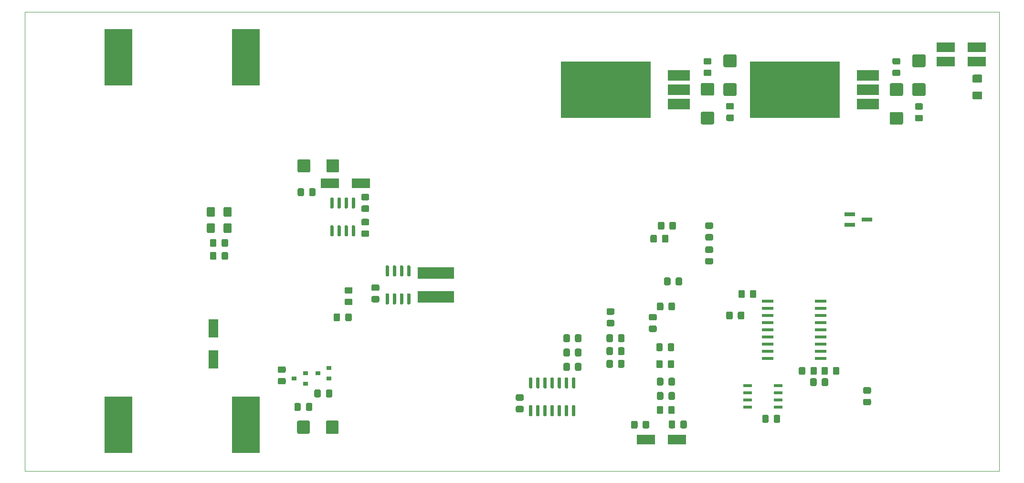
<source format=gbr>
%TF.GenerationSoftware,KiCad,Pcbnew,5.1.9+dfsg1-1+deb11u1*%
%TF.CreationDate,2023-01-06T13:25:03+00:00*%
%TF.ProjectId,MCB19,4d434231-392e-46b6-9963-61645f706362,rev?*%
%TF.SameCoordinates,Original*%
%TF.FileFunction,Paste,Bot*%
%TF.FilePolarity,Positive*%
%FSLAX45Y45*%
G04 Gerber Fmt 4.5, Leading zero omitted, Abs format (unit mm)*
G04 Created by KiCad (PCBNEW 5.1.9+dfsg1-1+deb11u1) date 2023-01-06 13:25:03*
%MOMM*%
%LPD*%
G01*
G04 APERTURE LIST*
%TA.AperFunction,Profile*%
%ADD10C,0.100000*%
%TD*%
%ADD11R,1.700000X3.300000*%
%ADD12R,0.900000X0.800000*%
%ADD13R,5.000000X10.000000*%
%ADD14R,6.400000X2.000000*%
%ADD15R,2.000000X0.600000*%
%ADD16R,3.300000X1.700000*%
%ADD17R,16.000000X10.000000*%
%ADD18R,4.000000X1.905000*%
%ADD19R,1.900000X0.800000*%
%ADD20R,1.550000X0.600000*%
G04 APERTURE END LIST*
D10*
X22285000Y-5050000D02*
X5000000Y-5050000D01*
X22285000Y-13200000D02*
X22285000Y-5050000D01*
X5000000Y-13200000D02*
X22285000Y-13200000D01*
X5000000Y-5050000D02*
X5000000Y-13200000D01*
G36*
G01*
X9987500Y-12105000D02*
X9987500Y-12015000D01*
G75*
G02*
X10012500Y-11990000I25000J0D01*
G01*
X10077500Y-11990000D01*
G75*
G02*
X10102500Y-12015000I0J-25000D01*
G01*
X10102500Y-12105000D01*
G75*
G02*
X10077500Y-12130000I-25000J0D01*
G01*
X10012500Y-12130000D01*
G75*
G02*
X9987500Y-12105000I0J25000D01*
G01*
G37*
G36*
G01*
X9782500Y-12105000D02*
X9782500Y-12015000D01*
G75*
G02*
X9807500Y-11990000I25000J0D01*
G01*
X9872500Y-11990000D01*
G75*
G02*
X9897500Y-12015000I0J-25000D01*
G01*
X9897500Y-12105000D01*
G75*
G02*
X9872500Y-12130000I-25000J0D01*
G01*
X9807500Y-12130000D01*
G75*
G02*
X9782500Y-12105000I0J25000D01*
G01*
G37*
G36*
G01*
X10342500Y-12512500D02*
X10342500Y-12327500D01*
G75*
G02*
X10367500Y-12302500I25000J0D01*
G01*
X10542500Y-12302500D01*
G75*
G02*
X10567500Y-12327500I0J-25000D01*
G01*
X10567500Y-12512500D01*
G75*
G02*
X10542500Y-12537500I-25000J0D01*
G01*
X10367500Y-12537500D01*
G75*
G02*
X10342500Y-12512500I0J25000D01*
G01*
G37*
G36*
G01*
X9832500Y-12512500D02*
X9832500Y-12327500D01*
G75*
G02*
X9857500Y-12302500I25000J0D01*
G01*
X10032500Y-12302500D01*
G75*
G02*
X10057500Y-12327500I0J-25000D01*
G01*
X10057500Y-12512500D01*
G75*
G02*
X10032500Y-12537500I-25000J0D01*
G01*
X9857500Y-12537500D01*
G75*
G02*
X9832500Y-12512500I0J25000D01*
G01*
G37*
G36*
G01*
X16405000Y-11045000D02*
X16405000Y-10955000D01*
G75*
G02*
X16430000Y-10930000I25000J0D01*
G01*
X16495000Y-10930000D01*
G75*
G02*
X16520000Y-10955000I0J-25000D01*
G01*
X16520000Y-11045000D01*
G75*
G02*
X16495000Y-11070000I-25000J0D01*
G01*
X16430000Y-11070000D01*
G75*
G02*
X16405000Y-11045000I0J25000D01*
G01*
G37*
G36*
G01*
X16200000Y-11045000D02*
X16200000Y-10955000D01*
G75*
G02*
X16225000Y-10930000I25000J0D01*
G01*
X16290000Y-10930000D01*
G75*
G02*
X16315000Y-10955000I0J-25000D01*
G01*
X16315000Y-11045000D01*
G75*
G02*
X16290000Y-11070000I-25000J0D01*
G01*
X16225000Y-11070000D01*
G75*
G02*
X16200000Y-11045000I0J25000D01*
G01*
G37*
G36*
G01*
X16315000Y-11255000D02*
X16315000Y-11345000D01*
G75*
G02*
X16290000Y-11370000I-25000J0D01*
G01*
X16225000Y-11370000D01*
G75*
G02*
X16200000Y-11345000I0J25000D01*
G01*
X16200000Y-11255000D01*
G75*
G02*
X16225000Y-11230000I25000J0D01*
G01*
X16290000Y-11230000D01*
G75*
G02*
X16315000Y-11255000I0J-25000D01*
G01*
G37*
G36*
G01*
X16520000Y-11255000D02*
X16520000Y-11345000D01*
G75*
G02*
X16495000Y-11370000I-25000J0D01*
G01*
X16430000Y-11370000D01*
G75*
G02*
X16405000Y-11345000I0J25000D01*
G01*
X16405000Y-11255000D01*
G75*
G02*
X16430000Y-11230000I25000J0D01*
G01*
X16495000Y-11230000D01*
G75*
G02*
X16520000Y-11255000I0J-25000D01*
G01*
G37*
G36*
G01*
X10137500Y-11865000D02*
X10137500Y-11775000D01*
G75*
G02*
X10162500Y-11750000I25000J0D01*
G01*
X10227500Y-11750000D01*
G75*
G02*
X10252500Y-11775000I0J-25000D01*
G01*
X10252500Y-11865000D01*
G75*
G02*
X10227500Y-11890000I-25000J0D01*
G01*
X10162500Y-11890000D01*
G75*
G02*
X10137500Y-11865000I0J25000D01*
G01*
G37*
G36*
G01*
X10342500Y-11865000D02*
X10342500Y-11775000D01*
G75*
G02*
X10367500Y-11750000I25000J0D01*
G01*
X10432500Y-11750000D01*
G75*
G02*
X10457500Y-11775000I0J-25000D01*
G01*
X10457500Y-11865000D01*
G75*
G02*
X10432500Y-11890000I-25000J0D01*
G01*
X10367500Y-11890000D01*
G75*
G02*
X10342500Y-11865000I0J25000D01*
G01*
G37*
G36*
G01*
X9515000Y-11340000D02*
X9605000Y-11340000D01*
G75*
G02*
X9630000Y-11365000I0J-25000D01*
G01*
X9630000Y-11430000D01*
G75*
G02*
X9605000Y-11455000I-25000J0D01*
G01*
X9515000Y-11455000D01*
G75*
G02*
X9490000Y-11430000I0J25000D01*
G01*
X9490000Y-11365000D01*
G75*
G02*
X9515000Y-11340000I25000J0D01*
G01*
G37*
G36*
G01*
X9515000Y-11545000D02*
X9605000Y-11545000D01*
G75*
G02*
X9630000Y-11570000I0J-25000D01*
G01*
X9630000Y-11635000D01*
G75*
G02*
X9605000Y-11660000I-25000J0D01*
G01*
X9515000Y-11660000D01*
G75*
G02*
X9490000Y-11635000I0J25000D01*
G01*
X9490000Y-11570000D01*
G75*
G02*
X9515000Y-11545000I25000J0D01*
G01*
G37*
G36*
G01*
X10434500Y-8345000D02*
X10464500Y-8345000D01*
G75*
G02*
X10479500Y-8360000I0J-15000D01*
G01*
X10479500Y-8525000D01*
G75*
G02*
X10464500Y-8540000I-15000J0D01*
G01*
X10434500Y-8540000D01*
G75*
G02*
X10419500Y-8525000I0J15000D01*
G01*
X10419500Y-8360000D01*
G75*
G02*
X10434500Y-8345000I15000J0D01*
G01*
G37*
G36*
G01*
X10561500Y-8345000D02*
X10591500Y-8345000D01*
G75*
G02*
X10606500Y-8360000I0J-15000D01*
G01*
X10606500Y-8525000D01*
G75*
G02*
X10591500Y-8540000I-15000J0D01*
G01*
X10561500Y-8540000D01*
G75*
G02*
X10546500Y-8525000I0J15000D01*
G01*
X10546500Y-8360000D01*
G75*
G02*
X10561500Y-8345000I15000J0D01*
G01*
G37*
G36*
G01*
X10688500Y-8345000D02*
X10718500Y-8345000D01*
G75*
G02*
X10733500Y-8360000I0J-15000D01*
G01*
X10733500Y-8525000D01*
G75*
G02*
X10718500Y-8540000I-15000J0D01*
G01*
X10688500Y-8540000D01*
G75*
G02*
X10673500Y-8525000I0J15000D01*
G01*
X10673500Y-8360000D01*
G75*
G02*
X10688500Y-8345000I15000J0D01*
G01*
G37*
G36*
G01*
X10815500Y-8345000D02*
X10845500Y-8345000D01*
G75*
G02*
X10860500Y-8360000I0J-15000D01*
G01*
X10860500Y-8525000D01*
G75*
G02*
X10845500Y-8540000I-15000J0D01*
G01*
X10815500Y-8540000D01*
G75*
G02*
X10800500Y-8525000I0J15000D01*
G01*
X10800500Y-8360000D01*
G75*
G02*
X10815500Y-8345000I15000J0D01*
G01*
G37*
G36*
G01*
X10815500Y-8840000D02*
X10845500Y-8840000D01*
G75*
G02*
X10860500Y-8855000I0J-15000D01*
G01*
X10860500Y-9020000D01*
G75*
G02*
X10845500Y-9035000I-15000J0D01*
G01*
X10815500Y-9035000D01*
G75*
G02*
X10800500Y-9020000I0J15000D01*
G01*
X10800500Y-8855000D01*
G75*
G02*
X10815500Y-8840000I15000J0D01*
G01*
G37*
G36*
G01*
X10688500Y-8840000D02*
X10718500Y-8840000D01*
G75*
G02*
X10733500Y-8855000I0J-15000D01*
G01*
X10733500Y-9020000D01*
G75*
G02*
X10718500Y-9035000I-15000J0D01*
G01*
X10688500Y-9035000D01*
G75*
G02*
X10673500Y-9020000I0J15000D01*
G01*
X10673500Y-8855000D01*
G75*
G02*
X10688500Y-8840000I15000J0D01*
G01*
G37*
G36*
G01*
X10561500Y-8840000D02*
X10591500Y-8840000D01*
G75*
G02*
X10606500Y-8855000I0J-15000D01*
G01*
X10606500Y-9020000D01*
G75*
G02*
X10591500Y-9035000I-15000J0D01*
G01*
X10561500Y-9035000D01*
G75*
G02*
X10546500Y-9020000I0J15000D01*
G01*
X10546500Y-8855000D01*
G75*
G02*
X10561500Y-8840000I15000J0D01*
G01*
G37*
G36*
G01*
X10434500Y-8840000D02*
X10464500Y-8840000D01*
G75*
G02*
X10479500Y-8855000I0J-15000D01*
G01*
X10479500Y-9020000D01*
G75*
G02*
X10464500Y-9035000I-15000J0D01*
G01*
X10434500Y-9035000D01*
G75*
G02*
X10419500Y-9020000I0J15000D01*
G01*
X10419500Y-8855000D01*
G75*
G02*
X10434500Y-8840000I15000J0D01*
G01*
G37*
D11*
X8350000Y-11215000D03*
X8350000Y-10665000D03*
G36*
G01*
X15318900Y-11340000D02*
X15318900Y-11250000D01*
G75*
G02*
X15343900Y-11225000I25000J0D01*
G01*
X15408900Y-11225000D01*
G75*
G02*
X15433900Y-11250000I0J-25000D01*
G01*
X15433900Y-11340000D01*
G75*
G02*
X15408900Y-11365000I-25000J0D01*
G01*
X15343900Y-11365000D01*
G75*
G02*
X15318900Y-11340000I0J25000D01*
G01*
G37*
G36*
G01*
X15523900Y-11340000D02*
X15523900Y-11250000D01*
G75*
G02*
X15548900Y-11225000I25000J0D01*
G01*
X15613900Y-11225000D01*
G75*
G02*
X15638900Y-11250000I0J-25000D01*
G01*
X15638900Y-11340000D01*
G75*
G02*
X15613900Y-11365000I-25000J0D01*
G01*
X15548900Y-11365000D01*
G75*
G02*
X15523900Y-11340000I0J25000D01*
G01*
G37*
D12*
X10400000Y-11365000D03*
X10400000Y-11555000D03*
X10200000Y-11460000D03*
X9780000Y-11555000D03*
X9980000Y-11650000D03*
X9980000Y-11460000D03*
D13*
X6660000Y-12380000D03*
X8920000Y-12380000D03*
X6659000Y-5853000D03*
X8919000Y-5853000D03*
G36*
G01*
X8492000Y-9195500D02*
X8492000Y-9105500D01*
G75*
G02*
X8517000Y-9080500I25000J0D01*
G01*
X8582000Y-9080500D01*
G75*
G02*
X8607000Y-9105500I0J-25000D01*
G01*
X8607000Y-9195500D01*
G75*
G02*
X8582000Y-9220500I-25000J0D01*
G01*
X8517000Y-9220500D01*
G75*
G02*
X8492000Y-9195500I0J25000D01*
G01*
G37*
G36*
G01*
X8287000Y-9195500D02*
X8287000Y-9105500D01*
G75*
G02*
X8312000Y-9080500I25000J0D01*
G01*
X8377000Y-9080500D01*
G75*
G02*
X8402000Y-9105500I0J-25000D01*
G01*
X8402000Y-9195500D01*
G75*
G02*
X8377000Y-9220500I-25000J0D01*
G01*
X8312000Y-9220500D01*
G75*
G02*
X8287000Y-9195500I0J25000D01*
G01*
G37*
G36*
G01*
X8492000Y-9425000D02*
X8492000Y-9335000D01*
G75*
G02*
X8517000Y-9310000I25000J0D01*
G01*
X8582000Y-9310000D01*
G75*
G02*
X8607000Y-9335000I0J-25000D01*
G01*
X8607000Y-9425000D01*
G75*
G02*
X8582000Y-9450000I-25000J0D01*
G01*
X8517000Y-9450000D01*
G75*
G02*
X8492000Y-9425000I0J25000D01*
G01*
G37*
G36*
G01*
X8287000Y-9425000D02*
X8287000Y-9335000D01*
G75*
G02*
X8312000Y-9310000I25000J0D01*
G01*
X8377000Y-9310000D01*
G75*
G02*
X8402000Y-9335000I0J-25000D01*
G01*
X8402000Y-9425000D01*
G75*
G02*
X8377000Y-9450000I-25000J0D01*
G01*
X8312000Y-9450000D01*
G75*
G02*
X8287000Y-9425000I0J25000D01*
G01*
G37*
G36*
G01*
X8527500Y-8662500D02*
X8527500Y-8537500D01*
G75*
G02*
X8552500Y-8512500I25000J0D01*
G01*
X8645000Y-8512500D01*
G75*
G02*
X8670000Y-8537500I0J-25000D01*
G01*
X8670000Y-8662500D01*
G75*
G02*
X8645000Y-8687500I-25000J0D01*
G01*
X8552500Y-8687500D01*
G75*
G02*
X8527500Y-8662500I0J25000D01*
G01*
G37*
G36*
G01*
X8230000Y-8662500D02*
X8230000Y-8537500D01*
G75*
G02*
X8255000Y-8512500I25000J0D01*
G01*
X8347500Y-8512500D01*
G75*
G02*
X8372500Y-8537500I0J-25000D01*
G01*
X8372500Y-8662500D01*
G75*
G02*
X8347500Y-8687500I-25000J0D01*
G01*
X8255000Y-8687500D01*
G75*
G02*
X8230000Y-8662500I0J25000D01*
G01*
G37*
G36*
G01*
X8527500Y-8949500D02*
X8527500Y-8824500D01*
G75*
G02*
X8552500Y-8799500I25000J0D01*
G01*
X8645000Y-8799500D01*
G75*
G02*
X8670000Y-8824500I0J-25000D01*
G01*
X8670000Y-8949500D01*
G75*
G02*
X8645000Y-8974500I-25000J0D01*
G01*
X8552500Y-8974500D01*
G75*
G02*
X8527500Y-8949500I0J25000D01*
G01*
G37*
G36*
G01*
X8230000Y-8949500D02*
X8230000Y-8824500D01*
G75*
G02*
X8255000Y-8799500I25000J0D01*
G01*
X8347500Y-8799500D01*
G75*
G02*
X8372500Y-8824500I0J-25000D01*
G01*
X8372500Y-8949500D01*
G75*
G02*
X8347500Y-8974500I-25000J0D01*
G01*
X8255000Y-8974500D01*
G75*
G02*
X8230000Y-8949500I0J25000D01*
G01*
G37*
G36*
G01*
X11825500Y-9745000D02*
X11795500Y-9745000D01*
G75*
G02*
X11780500Y-9730000I0J15000D01*
G01*
X11780500Y-9565000D01*
G75*
G02*
X11795500Y-9550000I15000J0D01*
G01*
X11825500Y-9550000D01*
G75*
G02*
X11840500Y-9565000I0J-15000D01*
G01*
X11840500Y-9730000D01*
G75*
G02*
X11825500Y-9745000I-15000J0D01*
G01*
G37*
G36*
G01*
X11698500Y-9745000D02*
X11668500Y-9745000D01*
G75*
G02*
X11653500Y-9730000I0J15000D01*
G01*
X11653500Y-9565000D01*
G75*
G02*
X11668500Y-9550000I15000J0D01*
G01*
X11698500Y-9550000D01*
G75*
G02*
X11713500Y-9565000I0J-15000D01*
G01*
X11713500Y-9730000D01*
G75*
G02*
X11698500Y-9745000I-15000J0D01*
G01*
G37*
G36*
G01*
X11571500Y-9745000D02*
X11541500Y-9745000D01*
G75*
G02*
X11526500Y-9730000I0J15000D01*
G01*
X11526500Y-9565000D01*
G75*
G02*
X11541500Y-9550000I15000J0D01*
G01*
X11571500Y-9550000D01*
G75*
G02*
X11586500Y-9565000I0J-15000D01*
G01*
X11586500Y-9730000D01*
G75*
G02*
X11571500Y-9745000I-15000J0D01*
G01*
G37*
G36*
G01*
X11444500Y-9745000D02*
X11414500Y-9745000D01*
G75*
G02*
X11399500Y-9730000I0J15000D01*
G01*
X11399500Y-9565000D01*
G75*
G02*
X11414500Y-9550000I15000J0D01*
G01*
X11444500Y-9550000D01*
G75*
G02*
X11459500Y-9565000I0J-15000D01*
G01*
X11459500Y-9730000D01*
G75*
G02*
X11444500Y-9745000I-15000J0D01*
G01*
G37*
G36*
G01*
X11444500Y-10240000D02*
X11414500Y-10240000D01*
G75*
G02*
X11399500Y-10225000I0J15000D01*
G01*
X11399500Y-10060000D01*
G75*
G02*
X11414500Y-10045000I15000J0D01*
G01*
X11444500Y-10045000D01*
G75*
G02*
X11459500Y-10060000I0J-15000D01*
G01*
X11459500Y-10225000D01*
G75*
G02*
X11444500Y-10240000I-15000J0D01*
G01*
G37*
G36*
G01*
X11571500Y-10240000D02*
X11541500Y-10240000D01*
G75*
G02*
X11526500Y-10225000I0J15000D01*
G01*
X11526500Y-10060000D01*
G75*
G02*
X11541500Y-10045000I15000J0D01*
G01*
X11571500Y-10045000D01*
G75*
G02*
X11586500Y-10060000I0J-15000D01*
G01*
X11586500Y-10225000D01*
G75*
G02*
X11571500Y-10240000I-15000J0D01*
G01*
G37*
G36*
G01*
X11698500Y-10240000D02*
X11668500Y-10240000D01*
G75*
G02*
X11653500Y-10225000I0J15000D01*
G01*
X11653500Y-10060000D01*
G75*
G02*
X11668500Y-10045000I15000J0D01*
G01*
X11698500Y-10045000D01*
G75*
G02*
X11713500Y-10060000I0J-15000D01*
G01*
X11713500Y-10225000D01*
G75*
G02*
X11698500Y-10240000I-15000J0D01*
G01*
G37*
G36*
G01*
X11825500Y-10240000D02*
X11795500Y-10240000D01*
G75*
G02*
X11780500Y-10225000I0J15000D01*
G01*
X11780500Y-10060000D01*
G75*
G02*
X11795500Y-10045000I15000J0D01*
G01*
X11825500Y-10045000D01*
G75*
G02*
X11840500Y-10060000I0J-15000D01*
G01*
X11840500Y-10225000D01*
G75*
G02*
X11825500Y-10240000I-15000J0D01*
G01*
G37*
D14*
X12295000Y-10105000D03*
X12295000Y-9685000D03*
D15*
X18172900Y-11199600D03*
X18172900Y-11072600D03*
X18172900Y-10945600D03*
X18172900Y-10818600D03*
X18172900Y-10691600D03*
X18172900Y-10564600D03*
X18172900Y-10437600D03*
X18172900Y-10310600D03*
X18172900Y-10183600D03*
X19112900Y-10183600D03*
X19112900Y-10310600D03*
X19112900Y-10437600D03*
X19112900Y-10564600D03*
X19112900Y-10691600D03*
X19112900Y-10818600D03*
X19112900Y-10945600D03*
X19112900Y-11072600D03*
X19112900Y-11199600D03*
G36*
G01*
X15433900Y-10795400D02*
X15433900Y-10885400D01*
G75*
G02*
X15408900Y-10910400I-25000J0D01*
G01*
X15343900Y-10910400D01*
G75*
G02*
X15318900Y-10885400I0J25000D01*
G01*
X15318900Y-10795400D01*
G75*
G02*
X15343900Y-10770400I25000J0D01*
G01*
X15408900Y-10770400D01*
G75*
G02*
X15433900Y-10795400I0J-25000D01*
G01*
G37*
G36*
G01*
X15638900Y-10795400D02*
X15638900Y-10885400D01*
G75*
G02*
X15613900Y-10910400I-25000J0D01*
G01*
X15548900Y-10910400D01*
G75*
G02*
X15523900Y-10885400I0J25000D01*
G01*
X15523900Y-10795400D01*
G75*
G02*
X15548900Y-10770400I25000J0D01*
G01*
X15613900Y-10770400D01*
G75*
G02*
X15638900Y-10795400I0J-25000D01*
G01*
G37*
G36*
G01*
X13825000Y-11950000D02*
X13735000Y-11950000D01*
G75*
G02*
X13710000Y-11925000I0J25000D01*
G01*
X13710000Y-11860000D01*
G75*
G02*
X13735000Y-11835000I25000J0D01*
G01*
X13825000Y-11835000D01*
G75*
G02*
X13850000Y-11860000I0J-25000D01*
G01*
X13850000Y-11925000D01*
G75*
G02*
X13825000Y-11950000I-25000J0D01*
G01*
G37*
G36*
G01*
X13825000Y-12155000D02*
X13735000Y-12155000D01*
G75*
G02*
X13710000Y-12130000I0J25000D01*
G01*
X13710000Y-12065000D01*
G75*
G02*
X13735000Y-12040000I25000J0D01*
G01*
X13825000Y-12040000D01*
G75*
G02*
X13850000Y-12065000I0J-25000D01*
G01*
X13850000Y-12130000D01*
G75*
G02*
X13825000Y-12155000I-25000J0D01*
G01*
G37*
G36*
G01*
X11265000Y-10000000D02*
X11175000Y-10000000D01*
G75*
G02*
X11150000Y-9975000I0J25000D01*
G01*
X11150000Y-9910000D01*
G75*
G02*
X11175000Y-9885000I25000J0D01*
G01*
X11265000Y-9885000D01*
G75*
G02*
X11290000Y-9910000I0J-25000D01*
G01*
X11290000Y-9975000D01*
G75*
G02*
X11265000Y-10000000I-25000J0D01*
G01*
G37*
G36*
G01*
X11265000Y-10205000D02*
X11175000Y-10205000D01*
G75*
G02*
X11150000Y-10180000I0J25000D01*
G01*
X11150000Y-10115000D01*
G75*
G02*
X11175000Y-10090000I25000J0D01*
G01*
X11265000Y-10090000D01*
G75*
G02*
X11290000Y-10115000I0J-25000D01*
G01*
X11290000Y-10180000D01*
G75*
G02*
X11265000Y-10205000I-25000J0D01*
G01*
G37*
G36*
G01*
X13959000Y-12030000D02*
X13989000Y-12030000D01*
G75*
G02*
X14004000Y-12045000I0J-15000D01*
G01*
X14004000Y-12210000D01*
G75*
G02*
X13989000Y-12225000I-15000J0D01*
G01*
X13959000Y-12225000D01*
G75*
G02*
X13944000Y-12210000I0J15000D01*
G01*
X13944000Y-12045000D01*
G75*
G02*
X13959000Y-12030000I15000J0D01*
G01*
G37*
G36*
G01*
X14086000Y-12030000D02*
X14116000Y-12030000D01*
G75*
G02*
X14131000Y-12045000I0J-15000D01*
G01*
X14131000Y-12210000D01*
G75*
G02*
X14116000Y-12225000I-15000J0D01*
G01*
X14086000Y-12225000D01*
G75*
G02*
X14071000Y-12210000I0J15000D01*
G01*
X14071000Y-12045000D01*
G75*
G02*
X14086000Y-12030000I15000J0D01*
G01*
G37*
G36*
G01*
X14213000Y-12030000D02*
X14243000Y-12030000D01*
G75*
G02*
X14258000Y-12045000I0J-15000D01*
G01*
X14258000Y-12210000D01*
G75*
G02*
X14243000Y-12225000I-15000J0D01*
G01*
X14213000Y-12225000D01*
G75*
G02*
X14198000Y-12210000I0J15000D01*
G01*
X14198000Y-12045000D01*
G75*
G02*
X14213000Y-12030000I15000J0D01*
G01*
G37*
G36*
G01*
X14340000Y-12030000D02*
X14370000Y-12030000D01*
G75*
G02*
X14385000Y-12045000I0J-15000D01*
G01*
X14385000Y-12210000D01*
G75*
G02*
X14370000Y-12225000I-15000J0D01*
G01*
X14340000Y-12225000D01*
G75*
G02*
X14325000Y-12210000I0J15000D01*
G01*
X14325000Y-12045000D01*
G75*
G02*
X14340000Y-12030000I15000J0D01*
G01*
G37*
G36*
G01*
X14467000Y-12030000D02*
X14497000Y-12030000D01*
G75*
G02*
X14512000Y-12045000I0J-15000D01*
G01*
X14512000Y-12210000D01*
G75*
G02*
X14497000Y-12225000I-15000J0D01*
G01*
X14467000Y-12225000D01*
G75*
G02*
X14452000Y-12210000I0J15000D01*
G01*
X14452000Y-12045000D01*
G75*
G02*
X14467000Y-12030000I15000J0D01*
G01*
G37*
G36*
G01*
X14594000Y-12030000D02*
X14624000Y-12030000D01*
G75*
G02*
X14639000Y-12045000I0J-15000D01*
G01*
X14639000Y-12210000D01*
G75*
G02*
X14624000Y-12225000I-15000J0D01*
G01*
X14594000Y-12225000D01*
G75*
G02*
X14579000Y-12210000I0J15000D01*
G01*
X14579000Y-12045000D01*
G75*
G02*
X14594000Y-12030000I15000J0D01*
G01*
G37*
G36*
G01*
X14721000Y-12030000D02*
X14751000Y-12030000D01*
G75*
G02*
X14766000Y-12045000I0J-15000D01*
G01*
X14766000Y-12210000D01*
G75*
G02*
X14751000Y-12225000I-15000J0D01*
G01*
X14721000Y-12225000D01*
G75*
G02*
X14706000Y-12210000I0J15000D01*
G01*
X14706000Y-12045000D01*
G75*
G02*
X14721000Y-12030000I15000J0D01*
G01*
G37*
G36*
G01*
X14721000Y-11535000D02*
X14751000Y-11535000D01*
G75*
G02*
X14766000Y-11550000I0J-15000D01*
G01*
X14766000Y-11715000D01*
G75*
G02*
X14751000Y-11730000I-15000J0D01*
G01*
X14721000Y-11730000D01*
G75*
G02*
X14706000Y-11715000I0J15000D01*
G01*
X14706000Y-11550000D01*
G75*
G02*
X14721000Y-11535000I15000J0D01*
G01*
G37*
G36*
G01*
X14594000Y-11535000D02*
X14624000Y-11535000D01*
G75*
G02*
X14639000Y-11550000I0J-15000D01*
G01*
X14639000Y-11715000D01*
G75*
G02*
X14624000Y-11730000I-15000J0D01*
G01*
X14594000Y-11730000D01*
G75*
G02*
X14579000Y-11715000I0J15000D01*
G01*
X14579000Y-11550000D01*
G75*
G02*
X14594000Y-11535000I15000J0D01*
G01*
G37*
G36*
G01*
X14467000Y-11535000D02*
X14497000Y-11535000D01*
G75*
G02*
X14512000Y-11550000I0J-15000D01*
G01*
X14512000Y-11715000D01*
G75*
G02*
X14497000Y-11730000I-15000J0D01*
G01*
X14467000Y-11730000D01*
G75*
G02*
X14452000Y-11715000I0J15000D01*
G01*
X14452000Y-11550000D01*
G75*
G02*
X14467000Y-11535000I15000J0D01*
G01*
G37*
G36*
G01*
X14340000Y-11535000D02*
X14370000Y-11535000D01*
G75*
G02*
X14385000Y-11550000I0J-15000D01*
G01*
X14385000Y-11715000D01*
G75*
G02*
X14370000Y-11730000I-15000J0D01*
G01*
X14340000Y-11730000D01*
G75*
G02*
X14325000Y-11715000I0J15000D01*
G01*
X14325000Y-11550000D01*
G75*
G02*
X14340000Y-11535000I15000J0D01*
G01*
G37*
G36*
G01*
X14213000Y-11535000D02*
X14243000Y-11535000D01*
G75*
G02*
X14258000Y-11550000I0J-15000D01*
G01*
X14258000Y-11715000D01*
G75*
G02*
X14243000Y-11730000I-15000J0D01*
G01*
X14213000Y-11730000D01*
G75*
G02*
X14198000Y-11715000I0J15000D01*
G01*
X14198000Y-11550000D01*
G75*
G02*
X14213000Y-11535000I15000J0D01*
G01*
G37*
G36*
G01*
X14086000Y-11535000D02*
X14116000Y-11535000D01*
G75*
G02*
X14131000Y-11550000I0J-15000D01*
G01*
X14131000Y-11715000D01*
G75*
G02*
X14116000Y-11730000I-15000J0D01*
G01*
X14086000Y-11730000D01*
G75*
G02*
X14071000Y-11715000I0J15000D01*
G01*
X14071000Y-11550000D01*
G75*
G02*
X14086000Y-11535000I15000J0D01*
G01*
G37*
G36*
G01*
X13959000Y-11535000D02*
X13989000Y-11535000D01*
G75*
G02*
X14004000Y-11550000I0J-15000D01*
G01*
X14004000Y-11715000D01*
G75*
G02*
X13989000Y-11730000I-15000J0D01*
G01*
X13959000Y-11730000D01*
G75*
G02*
X13944000Y-11715000I0J15000D01*
G01*
X13944000Y-11550000D01*
G75*
G02*
X13959000Y-11535000I15000J0D01*
G01*
G37*
G36*
G01*
X10700000Y-10140000D02*
X10790000Y-10140000D01*
G75*
G02*
X10815000Y-10165000I0J-25000D01*
G01*
X10815000Y-10230000D01*
G75*
G02*
X10790000Y-10255000I-25000J0D01*
G01*
X10700000Y-10255000D01*
G75*
G02*
X10675000Y-10230000I0J25000D01*
G01*
X10675000Y-10165000D01*
G75*
G02*
X10700000Y-10140000I25000J0D01*
G01*
G37*
G36*
G01*
X10700000Y-9935000D02*
X10790000Y-9935000D01*
G75*
G02*
X10815000Y-9960000I0J-25000D01*
G01*
X10815000Y-10025000D01*
G75*
G02*
X10790000Y-10050000I-25000J0D01*
G01*
X10700000Y-10050000D01*
G75*
G02*
X10675000Y-10025000I0J25000D01*
G01*
X10675000Y-9960000D01*
G75*
G02*
X10700000Y-9935000I25000J0D01*
G01*
G37*
G36*
G01*
X10595000Y-10425000D02*
X10595000Y-10515000D01*
G75*
G02*
X10570000Y-10540000I-25000J0D01*
G01*
X10505000Y-10540000D01*
G75*
G02*
X10480000Y-10515000I0J25000D01*
G01*
X10480000Y-10425000D01*
G75*
G02*
X10505000Y-10400000I25000J0D01*
G01*
X10570000Y-10400000D01*
G75*
G02*
X10595000Y-10425000I0J-25000D01*
G01*
G37*
G36*
G01*
X10800000Y-10425000D02*
X10800000Y-10515000D01*
G75*
G02*
X10775000Y-10540000I-25000J0D01*
G01*
X10710000Y-10540000D01*
G75*
G02*
X10685000Y-10515000I0J25000D01*
G01*
X10685000Y-10425000D01*
G75*
G02*
X10710000Y-10400000I25000J0D01*
G01*
X10775000Y-10400000D01*
G75*
G02*
X10800000Y-10425000I0J-25000D01*
G01*
G37*
G36*
G01*
X10995000Y-8722500D02*
X11085000Y-8722500D01*
G75*
G02*
X11110000Y-8747500I0J-25000D01*
G01*
X11110000Y-8812500D01*
G75*
G02*
X11085000Y-8837500I-25000J0D01*
G01*
X10995000Y-8837500D01*
G75*
G02*
X10970000Y-8812500I0J25000D01*
G01*
X10970000Y-8747500D01*
G75*
G02*
X10995000Y-8722500I25000J0D01*
G01*
G37*
G36*
G01*
X10995000Y-8927500D02*
X11085000Y-8927500D01*
G75*
G02*
X11110000Y-8952500I0J-25000D01*
G01*
X11110000Y-9017500D01*
G75*
G02*
X11085000Y-9042500I-25000J0D01*
G01*
X10995000Y-9042500D01*
G75*
G02*
X10970000Y-9017500I0J25000D01*
G01*
X10970000Y-8952500D01*
G75*
G02*
X10995000Y-8927500I25000J0D01*
G01*
G37*
G36*
G01*
X14670100Y-11303400D02*
X14670100Y-11393400D01*
G75*
G02*
X14645100Y-11418400I-25000J0D01*
G01*
X14580100Y-11418400D01*
G75*
G02*
X14555100Y-11393400I0J25000D01*
G01*
X14555100Y-11303400D01*
G75*
G02*
X14580100Y-11278400I25000J0D01*
G01*
X14645100Y-11278400D01*
G75*
G02*
X14670100Y-11303400I0J-25000D01*
G01*
G37*
G36*
G01*
X14875100Y-11303400D02*
X14875100Y-11393400D01*
G75*
G02*
X14850100Y-11418400I-25000J0D01*
G01*
X14785100Y-11418400D01*
G75*
G02*
X14760100Y-11393400I0J25000D01*
G01*
X14760100Y-11303400D01*
G75*
G02*
X14785100Y-11278400I25000J0D01*
G01*
X14850100Y-11278400D01*
G75*
G02*
X14875100Y-11303400I0J-25000D01*
G01*
G37*
G36*
G01*
X14670100Y-11049400D02*
X14670100Y-11139400D01*
G75*
G02*
X14645100Y-11164400I-25000J0D01*
G01*
X14580100Y-11164400D01*
G75*
G02*
X14555100Y-11139400I0J25000D01*
G01*
X14555100Y-11049400D01*
G75*
G02*
X14580100Y-11024400I25000J0D01*
G01*
X14645100Y-11024400D01*
G75*
G02*
X14670100Y-11049400I0J-25000D01*
G01*
G37*
G36*
G01*
X14875100Y-11049400D02*
X14875100Y-11139400D01*
G75*
G02*
X14850100Y-11164400I-25000J0D01*
G01*
X14785100Y-11164400D01*
G75*
G02*
X14760100Y-11139400I0J25000D01*
G01*
X14760100Y-11049400D01*
G75*
G02*
X14785100Y-11024400I25000J0D01*
G01*
X14850100Y-11024400D01*
G75*
G02*
X14875100Y-11049400I0J-25000D01*
G01*
G37*
G36*
G01*
X14760100Y-10885400D02*
X14760100Y-10795400D01*
G75*
G02*
X14785100Y-10770400I25000J0D01*
G01*
X14850100Y-10770400D01*
G75*
G02*
X14875100Y-10795400I0J-25000D01*
G01*
X14875100Y-10885400D01*
G75*
G02*
X14850100Y-10910400I-25000J0D01*
G01*
X14785100Y-10910400D01*
G75*
G02*
X14760100Y-10885400I0J25000D01*
G01*
G37*
G36*
G01*
X14555100Y-10885400D02*
X14555100Y-10795400D01*
G75*
G02*
X14580100Y-10770400I25000J0D01*
G01*
X14645100Y-10770400D01*
G75*
G02*
X14670100Y-10795400I0J-25000D01*
G01*
X14670100Y-10885400D01*
G75*
G02*
X14645100Y-10910400I-25000J0D01*
G01*
X14580100Y-10910400D01*
G75*
G02*
X14555100Y-10885400I0J25000D01*
G01*
G37*
D16*
X10415000Y-8090000D03*
X10965000Y-8090000D03*
G36*
G01*
X10160000Y-8205000D02*
X10160000Y-8295000D01*
G75*
G02*
X10135000Y-8320000I-25000J0D01*
G01*
X10070000Y-8320000D01*
G75*
G02*
X10045000Y-8295000I0J25000D01*
G01*
X10045000Y-8205000D01*
G75*
G02*
X10070000Y-8180000I25000J0D01*
G01*
X10135000Y-8180000D01*
G75*
G02*
X10160000Y-8205000I0J-25000D01*
G01*
G37*
G36*
G01*
X9955000Y-8205000D02*
X9955000Y-8295000D01*
G75*
G02*
X9930000Y-8320000I-25000J0D01*
G01*
X9865000Y-8320000D01*
G75*
G02*
X9840000Y-8295000I0J25000D01*
G01*
X9840000Y-8205000D01*
G75*
G02*
X9865000Y-8180000I25000J0D01*
G01*
X9930000Y-8180000D01*
G75*
G02*
X9955000Y-8205000I0J-25000D01*
G01*
G37*
G36*
G01*
X10065000Y-7690000D02*
X10065000Y-7875000D01*
G75*
G02*
X10040000Y-7900000I-25000J0D01*
G01*
X9865000Y-7900000D01*
G75*
G02*
X9840000Y-7875000I0J25000D01*
G01*
X9840000Y-7690000D01*
G75*
G02*
X9865000Y-7665000I25000J0D01*
G01*
X10040000Y-7665000D01*
G75*
G02*
X10065000Y-7690000I0J-25000D01*
G01*
G37*
G36*
G01*
X10575000Y-7690000D02*
X10575000Y-7875000D01*
G75*
G02*
X10550000Y-7900000I-25000J0D01*
G01*
X10375000Y-7900000D01*
G75*
G02*
X10350000Y-7875000I0J25000D01*
G01*
X10350000Y-7690000D01*
G75*
G02*
X10375000Y-7665000I25000J0D01*
G01*
X10550000Y-7665000D01*
G75*
G02*
X10575000Y-7690000I0J-25000D01*
G01*
G37*
G36*
G01*
X10995000Y-8280000D02*
X11085000Y-8280000D01*
G75*
G02*
X11110000Y-8305000I0J-25000D01*
G01*
X11110000Y-8370000D01*
G75*
G02*
X11085000Y-8395000I-25000J0D01*
G01*
X10995000Y-8395000D01*
G75*
G02*
X10970000Y-8370000I0J25000D01*
G01*
X10970000Y-8305000D01*
G75*
G02*
X10995000Y-8280000I25000J0D01*
G01*
G37*
G36*
G01*
X10995000Y-8485000D02*
X11085000Y-8485000D01*
G75*
G02*
X11110000Y-8510000I0J-25000D01*
G01*
X11110000Y-8575000D01*
G75*
G02*
X11085000Y-8600000I-25000J0D01*
G01*
X10995000Y-8600000D01*
G75*
G02*
X10970000Y-8575000I0J25000D01*
G01*
X10970000Y-8510000D01*
G75*
G02*
X10995000Y-8485000I25000J0D01*
G01*
G37*
G36*
G01*
X15523900Y-11115000D02*
X15523900Y-11025000D01*
G75*
G02*
X15548900Y-11000000I25000J0D01*
G01*
X15613900Y-11000000D01*
G75*
G02*
X15638900Y-11025000I0J-25000D01*
G01*
X15638900Y-11115000D01*
G75*
G02*
X15613900Y-11140000I-25000J0D01*
G01*
X15548900Y-11140000D01*
G75*
G02*
X15523900Y-11115000I0J25000D01*
G01*
G37*
G36*
G01*
X15318900Y-11115000D02*
X15318900Y-11025000D01*
G75*
G02*
X15343900Y-11000000I25000J0D01*
G01*
X15408900Y-11000000D01*
G75*
G02*
X15433900Y-11025000I0J-25000D01*
G01*
X15433900Y-11115000D01*
G75*
G02*
X15408900Y-11140000I-25000J0D01*
G01*
X15343900Y-11140000D01*
G75*
G02*
X15318900Y-11115000I0J25000D01*
G01*
G37*
G36*
G01*
X20905000Y-6787500D02*
X20815000Y-6787500D01*
G75*
G02*
X20790000Y-6762500I0J25000D01*
G01*
X20790000Y-6697500D01*
G75*
G02*
X20815000Y-6672500I25000J0D01*
G01*
X20905000Y-6672500D01*
G75*
G02*
X20930000Y-6697500I0J-25000D01*
G01*
X20930000Y-6762500D01*
G75*
G02*
X20905000Y-6787500I-25000J0D01*
G01*
G37*
G36*
G01*
X20905000Y-6992500D02*
X20815000Y-6992500D01*
G75*
G02*
X20790000Y-6967500I0J25000D01*
G01*
X20790000Y-6902500D01*
G75*
G02*
X20815000Y-6877500I25000J0D01*
G01*
X20905000Y-6877500D01*
G75*
G02*
X20930000Y-6902500I0J-25000D01*
G01*
X20930000Y-6967500D01*
G75*
G02*
X20905000Y-6992500I-25000J0D01*
G01*
G37*
G36*
G01*
X20415000Y-5870000D02*
X20505000Y-5870000D01*
G75*
G02*
X20530000Y-5895000I0J-25000D01*
G01*
X20530000Y-5960000D01*
G75*
G02*
X20505000Y-5985000I-25000J0D01*
G01*
X20415000Y-5985000D01*
G75*
G02*
X20390000Y-5960000I0J25000D01*
G01*
X20390000Y-5895000D01*
G75*
G02*
X20415000Y-5870000I25000J0D01*
G01*
G37*
G36*
G01*
X20415000Y-6075000D02*
X20505000Y-6075000D01*
G75*
G02*
X20530000Y-6100000I0J-25000D01*
G01*
X20530000Y-6165000D01*
G75*
G02*
X20505000Y-6190000I-25000J0D01*
G01*
X20415000Y-6190000D01*
G75*
G02*
X20390000Y-6165000I0J25000D01*
G01*
X20390000Y-6100000D01*
G75*
G02*
X20415000Y-6075000I25000J0D01*
G01*
G37*
G36*
G01*
X20552500Y-6542500D02*
X20367500Y-6542500D01*
G75*
G02*
X20342500Y-6517500I0J25000D01*
G01*
X20342500Y-6342500D01*
G75*
G02*
X20367500Y-6317500I25000J0D01*
G01*
X20552500Y-6317500D01*
G75*
G02*
X20577500Y-6342500I0J-25000D01*
G01*
X20577500Y-6517500D01*
G75*
G02*
X20552500Y-6542500I-25000J0D01*
G01*
G37*
G36*
G01*
X20552500Y-7052500D02*
X20367500Y-7052500D01*
G75*
G02*
X20342500Y-7027500I0J25000D01*
G01*
X20342500Y-6852500D01*
G75*
G02*
X20367500Y-6827500I25000J0D01*
G01*
X20552500Y-6827500D01*
G75*
G02*
X20577500Y-6852500I0J-25000D01*
G01*
X20577500Y-7027500D01*
G75*
G02*
X20552500Y-7052500I-25000J0D01*
G01*
G37*
G36*
G01*
X20767500Y-5807500D02*
X20952500Y-5807500D01*
G75*
G02*
X20977500Y-5832500I0J-25000D01*
G01*
X20977500Y-6007500D01*
G75*
G02*
X20952500Y-6032500I-25000J0D01*
G01*
X20767500Y-6032500D01*
G75*
G02*
X20742500Y-6007500I0J25000D01*
G01*
X20742500Y-5832500D01*
G75*
G02*
X20767500Y-5807500I25000J0D01*
G01*
G37*
G36*
G01*
X20767500Y-6317500D02*
X20952500Y-6317500D01*
G75*
G02*
X20977500Y-6342500I0J-25000D01*
G01*
X20977500Y-6517500D01*
G75*
G02*
X20952500Y-6542500I-25000J0D01*
G01*
X20767500Y-6542500D01*
G75*
G02*
X20742500Y-6517500I0J25000D01*
G01*
X20742500Y-6342500D01*
G75*
G02*
X20767500Y-6317500I25000J0D01*
G01*
G37*
X21335000Y-5930000D03*
X21885000Y-5930000D03*
D17*
X18660000Y-6430000D03*
D18*
X19955400Y-6176000D03*
X19955400Y-6430000D03*
X19955400Y-6684000D03*
G36*
G01*
X16530000Y-12070000D02*
X16530000Y-12160000D01*
G75*
G02*
X16505000Y-12185000I-25000J0D01*
G01*
X16440000Y-12185000D01*
G75*
G02*
X16415000Y-12160000I0J25000D01*
G01*
X16415000Y-12070000D01*
G75*
G02*
X16440000Y-12045000I25000J0D01*
G01*
X16505000Y-12045000D01*
G75*
G02*
X16530000Y-12070000I0J-25000D01*
G01*
G37*
G36*
G01*
X16325000Y-12070000D02*
X16325000Y-12160000D01*
G75*
G02*
X16300000Y-12185000I-25000J0D01*
G01*
X16235000Y-12185000D01*
G75*
G02*
X16210000Y-12160000I0J25000D01*
G01*
X16210000Y-12070000D01*
G75*
G02*
X16235000Y-12045000I25000J0D01*
G01*
X16300000Y-12045000D01*
G75*
G02*
X16325000Y-12070000I0J-25000D01*
G01*
G37*
G36*
G01*
X17185000Y-9532500D02*
X17095000Y-9532500D01*
G75*
G02*
X17070000Y-9507500I0J25000D01*
G01*
X17070000Y-9442500D01*
G75*
G02*
X17095000Y-9417500I25000J0D01*
G01*
X17185000Y-9417500D01*
G75*
G02*
X17210000Y-9442500I0J-25000D01*
G01*
X17210000Y-9507500D01*
G75*
G02*
X17185000Y-9532500I-25000J0D01*
G01*
G37*
G36*
G01*
X17185000Y-9327500D02*
X17095000Y-9327500D01*
G75*
G02*
X17070000Y-9302500I0J25000D01*
G01*
X17070000Y-9237500D01*
G75*
G02*
X17095000Y-9212500I25000J0D01*
G01*
X17185000Y-9212500D01*
G75*
G02*
X17210000Y-9237500I0J-25000D01*
G01*
X17210000Y-9302500D01*
G75*
G02*
X17185000Y-9327500I-25000J0D01*
G01*
G37*
G36*
G01*
X16550000Y-8800000D02*
X16550000Y-8890000D01*
G75*
G02*
X16525000Y-8915000I-25000J0D01*
G01*
X16460000Y-8915000D01*
G75*
G02*
X16435000Y-8890000I0J25000D01*
G01*
X16435000Y-8800000D01*
G75*
G02*
X16460000Y-8775000I25000J0D01*
G01*
X16525000Y-8775000D01*
G75*
G02*
X16550000Y-8800000I0J-25000D01*
G01*
G37*
G36*
G01*
X16345000Y-8800000D02*
X16345000Y-8890000D01*
G75*
G02*
X16320000Y-8915000I-25000J0D01*
G01*
X16255000Y-8915000D01*
G75*
G02*
X16230000Y-8890000I0J25000D01*
G01*
X16230000Y-8800000D01*
G75*
G02*
X16255000Y-8775000I25000J0D01*
G01*
X16320000Y-8775000D01*
G75*
G02*
X16345000Y-8800000I0J-25000D01*
G01*
G37*
G36*
G01*
X16097500Y-9120000D02*
X16097500Y-9030000D01*
G75*
G02*
X16122500Y-9005000I25000J0D01*
G01*
X16187500Y-9005000D01*
G75*
G02*
X16212500Y-9030000I0J-25000D01*
G01*
X16212500Y-9120000D01*
G75*
G02*
X16187500Y-9145000I-25000J0D01*
G01*
X16122500Y-9145000D01*
G75*
G02*
X16097500Y-9120000I0J25000D01*
G01*
G37*
G36*
G01*
X16302500Y-9120000D02*
X16302500Y-9030000D01*
G75*
G02*
X16327500Y-9005000I25000J0D01*
G01*
X16392500Y-9005000D01*
G75*
G02*
X16417500Y-9030000I0J-25000D01*
G01*
X16417500Y-9120000D01*
G75*
G02*
X16392500Y-9145000I-25000J0D01*
G01*
X16327500Y-9145000D01*
G75*
G02*
X16302500Y-9120000I0J25000D01*
G01*
G37*
G36*
G01*
X17417500Y-5807500D02*
X17602500Y-5807500D01*
G75*
G02*
X17627500Y-5832500I0J-25000D01*
G01*
X17627500Y-6007500D01*
G75*
G02*
X17602500Y-6032500I-25000J0D01*
G01*
X17417500Y-6032500D01*
G75*
G02*
X17392500Y-6007500I0J25000D01*
G01*
X17392500Y-5832500D01*
G75*
G02*
X17417500Y-5807500I25000J0D01*
G01*
G37*
G36*
G01*
X17417500Y-6317500D02*
X17602500Y-6317500D01*
G75*
G02*
X17627500Y-6342500I0J-25000D01*
G01*
X17627500Y-6517500D01*
G75*
G02*
X17602500Y-6542500I-25000J0D01*
G01*
X17417500Y-6542500D01*
G75*
G02*
X17392500Y-6517500I0J25000D01*
G01*
X17392500Y-6342500D01*
G75*
G02*
X17417500Y-6317500I25000J0D01*
G01*
G37*
G36*
G01*
X17202500Y-6537500D02*
X17017500Y-6537500D01*
G75*
G02*
X16992500Y-6512500I0J25000D01*
G01*
X16992500Y-6337500D01*
G75*
G02*
X17017500Y-6312500I25000J0D01*
G01*
X17202500Y-6312500D01*
G75*
G02*
X17227500Y-6337500I0J-25000D01*
G01*
X17227500Y-6512500D01*
G75*
G02*
X17202500Y-6537500I-25000J0D01*
G01*
G37*
G36*
G01*
X17202500Y-7047500D02*
X17017500Y-7047500D01*
G75*
G02*
X16992500Y-7022500I0J25000D01*
G01*
X16992500Y-6847500D01*
G75*
G02*
X17017500Y-6822500I25000J0D01*
G01*
X17202500Y-6822500D01*
G75*
G02*
X17227500Y-6847500I0J-25000D01*
G01*
X17227500Y-7022500D01*
G75*
G02*
X17202500Y-7047500I-25000J0D01*
G01*
G37*
X16605400Y-6684000D03*
X16605400Y-6430000D03*
X16605400Y-6176000D03*
D17*
X15310000Y-6430000D03*
D19*
X19935000Y-8735000D03*
X19635000Y-8640000D03*
X19635000Y-8830000D03*
G36*
G01*
X21832500Y-6165000D02*
X21957500Y-6165000D01*
G75*
G02*
X21982500Y-6190000I0J-25000D01*
G01*
X21982500Y-6282500D01*
G75*
G02*
X21957500Y-6307500I-25000J0D01*
G01*
X21832500Y-6307500D01*
G75*
G02*
X21807500Y-6282500I0J25000D01*
G01*
X21807500Y-6190000D01*
G75*
G02*
X21832500Y-6165000I25000J0D01*
G01*
G37*
G36*
G01*
X21832500Y-6462500D02*
X21957500Y-6462500D01*
G75*
G02*
X21982500Y-6487500I0J-25000D01*
G01*
X21982500Y-6580000D01*
G75*
G02*
X21957500Y-6605000I-25000J0D01*
G01*
X21832500Y-6605000D01*
G75*
G02*
X21807500Y-6580000I0J25000D01*
G01*
X21807500Y-6487500D01*
G75*
G02*
X21832500Y-6462500I25000J0D01*
G01*
G37*
G36*
G01*
X17095000Y-8786500D02*
X17185000Y-8786500D01*
G75*
G02*
X17210000Y-8811500I0J-25000D01*
G01*
X17210000Y-8876500D01*
G75*
G02*
X17185000Y-8901500I-25000J0D01*
G01*
X17095000Y-8901500D01*
G75*
G02*
X17070000Y-8876500I0J25000D01*
G01*
X17070000Y-8811500D01*
G75*
G02*
X17095000Y-8786500I25000J0D01*
G01*
G37*
G36*
G01*
X17095000Y-8991500D02*
X17185000Y-8991500D01*
G75*
G02*
X17210000Y-9016500I0J-25000D01*
G01*
X17210000Y-9081500D01*
G75*
G02*
X17185000Y-9106500I-25000J0D01*
G01*
X17095000Y-9106500D01*
G75*
G02*
X17070000Y-9081500I0J25000D01*
G01*
X17070000Y-9016500D01*
G75*
G02*
X17095000Y-8991500I25000J0D01*
G01*
G37*
G36*
G01*
X19050000Y-11375000D02*
X19050000Y-11465000D01*
G75*
G02*
X19025000Y-11490000I-25000J0D01*
G01*
X18960000Y-11490000D01*
G75*
G02*
X18935000Y-11465000I0J25000D01*
G01*
X18935000Y-11375000D01*
G75*
G02*
X18960000Y-11350000I25000J0D01*
G01*
X19025000Y-11350000D01*
G75*
G02*
X19050000Y-11375000I0J-25000D01*
G01*
G37*
G36*
G01*
X18845000Y-11375000D02*
X18845000Y-11465000D01*
G75*
G02*
X18820000Y-11490000I-25000J0D01*
G01*
X18755000Y-11490000D01*
G75*
G02*
X18730000Y-11465000I0J25000D01*
G01*
X18730000Y-11375000D01*
G75*
G02*
X18755000Y-11350000I25000J0D01*
G01*
X18820000Y-11350000D01*
G75*
G02*
X18845000Y-11375000I0J-25000D01*
G01*
G37*
G36*
G01*
X17762400Y-10392600D02*
X17762400Y-10482600D01*
G75*
G02*
X17737400Y-10507600I-25000J0D01*
G01*
X17672400Y-10507600D01*
G75*
G02*
X17647400Y-10482600I0J25000D01*
G01*
X17647400Y-10392600D01*
G75*
G02*
X17672400Y-10367600I25000J0D01*
G01*
X17737400Y-10367600D01*
G75*
G02*
X17762400Y-10392600I0J-25000D01*
G01*
G37*
G36*
G01*
X17557400Y-10392600D02*
X17557400Y-10482600D01*
G75*
G02*
X17532400Y-10507600I-25000J0D01*
G01*
X17467400Y-10507600D01*
G75*
G02*
X17442400Y-10482600I0J25000D01*
G01*
X17442400Y-10392600D01*
G75*
G02*
X17467400Y-10367600I25000J0D01*
G01*
X17532400Y-10367600D01*
G75*
G02*
X17557400Y-10392600I0J-25000D01*
G01*
G37*
G36*
G01*
X17657400Y-10101600D02*
X17657400Y-10011600D01*
G75*
G02*
X17682400Y-9986600I25000J0D01*
G01*
X17747400Y-9986600D01*
G75*
G02*
X17772400Y-10011600I0J-25000D01*
G01*
X17772400Y-10101600D01*
G75*
G02*
X17747400Y-10126600I-25000J0D01*
G01*
X17682400Y-10126600D01*
G75*
G02*
X17657400Y-10101600I0J25000D01*
G01*
G37*
G36*
G01*
X17862400Y-10101600D02*
X17862400Y-10011600D01*
G75*
G02*
X17887400Y-9986600I25000J0D01*
G01*
X17952400Y-9986600D01*
G75*
G02*
X17977400Y-10011600I0J-25000D01*
G01*
X17977400Y-10101600D01*
G75*
G02*
X17952400Y-10126600I-25000J0D01*
G01*
X17887400Y-10126600D01*
G75*
G02*
X17862400Y-10101600I0J25000D01*
G01*
G37*
G36*
G01*
X19250000Y-11575000D02*
X19250000Y-11665000D01*
G75*
G02*
X19225000Y-11690000I-25000J0D01*
G01*
X19160000Y-11690000D01*
G75*
G02*
X19135000Y-11665000I0J25000D01*
G01*
X19135000Y-11575000D01*
G75*
G02*
X19160000Y-11550000I25000J0D01*
G01*
X19225000Y-11550000D01*
G75*
G02*
X19250000Y-11575000I0J-25000D01*
G01*
G37*
G36*
G01*
X19045000Y-11575000D02*
X19045000Y-11665000D01*
G75*
G02*
X19020000Y-11690000I-25000J0D01*
G01*
X18955000Y-11690000D01*
G75*
G02*
X18930000Y-11665000I0J25000D01*
G01*
X18930000Y-11575000D01*
G75*
G02*
X18955000Y-11550000I25000J0D01*
G01*
X19020000Y-11550000D01*
G75*
G02*
X19045000Y-11575000I0J-25000D01*
G01*
G37*
G36*
G01*
X16185000Y-10730000D02*
X16095000Y-10730000D01*
G75*
G02*
X16070000Y-10705000I0J25000D01*
G01*
X16070000Y-10640000D01*
G75*
G02*
X16095000Y-10615000I25000J0D01*
G01*
X16185000Y-10615000D01*
G75*
G02*
X16210000Y-10640000I0J-25000D01*
G01*
X16210000Y-10705000D01*
G75*
G02*
X16185000Y-10730000I-25000J0D01*
G01*
G37*
G36*
G01*
X16185000Y-10525000D02*
X16095000Y-10525000D01*
G75*
G02*
X16070000Y-10500000I0J25000D01*
G01*
X16070000Y-10435000D01*
G75*
G02*
X16095000Y-10410000I25000J0D01*
G01*
X16185000Y-10410000D01*
G75*
G02*
X16210000Y-10435000I0J-25000D01*
G01*
X16210000Y-10500000D01*
G75*
G02*
X16185000Y-10525000I-25000J0D01*
G01*
G37*
G36*
G01*
X15435000Y-10630000D02*
X15345000Y-10630000D01*
G75*
G02*
X15320000Y-10605000I0J25000D01*
G01*
X15320000Y-10540000D01*
G75*
G02*
X15345000Y-10515000I25000J0D01*
G01*
X15435000Y-10515000D01*
G75*
G02*
X15460000Y-10540000I0J-25000D01*
G01*
X15460000Y-10605000D01*
G75*
G02*
X15435000Y-10630000I-25000J0D01*
G01*
G37*
G36*
G01*
X15435000Y-10425000D02*
X15345000Y-10425000D01*
G75*
G02*
X15320000Y-10400000I0J25000D01*
G01*
X15320000Y-10335000D01*
G75*
G02*
X15345000Y-10310000I25000J0D01*
G01*
X15435000Y-10310000D01*
G75*
G02*
X15460000Y-10335000I0J-25000D01*
G01*
X15460000Y-10400000D01*
G75*
G02*
X15435000Y-10425000I-25000J0D01*
G01*
G37*
G36*
G01*
X16339600Y-9877400D02*
X16339600Y-9787400D01*
G75*
G02*
X16364600Y-9762400I25000J0D01*
G01*
X16429600Y-9762400D01*
G75*
G02*
X16454600Y-9787400I0J-25000D01*
G01*
X16454600Y-9877400D01*
G75*
G02*
X16429600Y-9902400I-25000J0D01*
G01*
X16364600Y-9902400D01*
G75*
G02*
X16339600Y-9877400I0J25000D01*
G01*
G37*
G36*
G01*
X16544600Y-9877400D02*
X16544600Y-9787400D01*
G75*
G02*
X16569600Y-9762400I25000J0D01*
G01*
X16634600Y-9762400D01*
G75*
G02*
X16659600Y-9787400I0J-25000D01*
G01*
X16659600Y-9877400D01*
G75*
G02*
X16634600Y-9902400I-25000J0D01*
G01*
X16569600Y-9902400D01*
G75*
G02*
X16544600Y-9877400I0J25000D01*
G01*
G37*
G36*
G01*
X16532600Y-10231900D02*
X16532600Y-10321900D01*
G75*
G02*
X16507600Y-10346900I-25000J0D01*
G01*
X16442600Y-10346900D01*
G75*
G02*
X16417600Y-10321900I0J25000D01*
G01*
X16417600Y-10231900D01*
G75*
G02*
X16442600Y-10206900I25000J0D01*
G01*
X16507600Y-10206900D01*
G75*
G02*
X16532600Y-10231900I0J-25000D01*
G01*
G37*
G36*
G01*
X16327600Y-10231900D02*
X16327600Y-10321900D01*
G75*
G02*
X16302600Y-10346900I-25000J0D01*
G01*
X16237600Y-10346900D01*
G75*
G02*
X16212600Y-10321900I0J25000D01*
G01*
X16212600Y-10231900D01*
G75*
G02*
X16237600Y-10206900I25000J0D01*
G01*
X16302600Y-10206900D01*
G75*
G02*
X16327600Y-10231900I0J-25000D01*
G01*
G37*
G36*
G01*
X16075000Y-12330000D02*
X16075000Y-12420000D01*
G75*
G02*
X16050000Y-12445000I-25000J0D01*
G01*
X15985000Y-12445000D01*
G75*
G02*
X15960000Y-12420000I0J25000D01*
G01*
X15960000Y-12330000D01*
G75*
G02*
X15985000Y-12305000I25000J0D01*
G01*
X16050000Y-12305000D01*
G75*
G02*
X16075000Y-12330000I0J-25000D01*
G01*
G37*
G36*
G01*
X15870000Y-12330000D02*
X15870000Y-12420000D01*
G75*
G02*
X15845000Y-12445000I-25000J0D01*
G01*
X15780000Y-12445000D01*
G75*
G02*
X15755000Y-12420000I0J25000D01*
G01*
X15755000Y-12330000D01*
G75*
G02*
X15780000Y-12305000I25000J0D01*
G01*
X15845000Y-12305000D01*
G75*
G02*
X15870000Y-12330000I0J-25000D01*
G01*
G37*
G36*
G01*
X17065000Y-5870000D02*
X17155000Y-5870000D01*
G75*
G02*
X17180000Y-5895000I0J-25000D01*
G01*
X17180000Y-5960000D01*
G75*
G02*
X17155000Y-5985000I-25000J0D01*
G01*
X17065000Y-5985000D01*
G75*
G02*
X17040000Y-5960000I0J25000D01*
G01*
X17040000Y-5895000D01*
G75*
G02*
X17065000Y-5870000I25000J0D01*
G01*
G37*
G36*
G01*
X17065000Y-6075000D02*
X17155000Y-6075000D01*
G75*
G02*
X17180000Y-6100000I0J-25000D01*
G01*
X17180000Y-6165000D01*
G75*
G02*
X17155000Y-6190000I-25000J0D01*
G01*
X17065000Y-6190000D01*
G75*
G02*
X17040000Y-6165000I0J25000D01*
G01*
X17040000Y-6100000D01*
G75*
G02*
X17065000Y-6075000I25000J0D01*
G01*
G37*
G36*
G01*
X17555000Y-6987500D02*
X17465000Y-6987500D01*
G75*
G02*
X17440000Y-6962500I0J25000D01*
G01*
X17440000Y-6897500D01*
G75*
G02*
X17465000Y-6872500I25000J0D01*
G01*
X17555000Y-6872500D01*
G75*
G02*
X17580000Y-6897500I0J-25000D01*
G01*
X17580000Y-6962500D01*
G75*
G02*
X17555000Y-6987500I-25000J0D01*
G01*
G37*
G36*
G01*
X17555000Y-6782500D02*
X17465000Y-6782500D01*
G75*
G02*
X17440000Y-6757500I0J25000D01*
G01*
X17440000Y-6692500D01*
G75*
G02*
X17465000Y-6667500I25000J0D01*
G01*
X17555000Y-6667500D01*
G75*
G02*
X17580000Y-6692500I0J-25000D01*
G01*
X17580000Y-6757500D01*
G75*
G02*
X17555000Y-6782500I-25000J0D01*
G01*
G37*
D16*
X16567500Y-12640000D03*
X16017500Y-12640000D03*
X21335000Y-5680000D03*
X21885000Y-5680000D03*
D20*
X17820000Y-12060500D03*
X17820000Y-11933500D03*
X17820000Y-11806500D03*
X17820000Y-11679500D03*
X18360000Y-11679500D03*
X18360000Y-11806500D03*
X18360000Y-11933500D03*
X18360000Y-12060500D03*
G36*
G01*
X19130000Y-11465000D02*
X19130000Y-11375000D01*
G75*
G02*
X19155000Y-11350000I25000J0D01*
G01*
X19220000Y-11350000D01*
G75*
G02*
X19245000Y-11375000I0J-25000D01*
G01*
X19245000Y-11465000D01*
G75*
G02*
X19220000Y-11490000I-25000J0D01*
G01*
X19155000Y-11490000D01*
G75*
G02*
X19130000Y-11465000I0J25000D01*
G01*
G37*
G36*
G01*
X19335000Y-11465000D02*
X19335000Y-11375000D01*
G75*
G02*
X19360000Y-11350000I25000J0D01*
G01*
X19425000Y-11350000D01*
G75*
G02*
X19450000Y-11375000I0J-25000D01*
G01*
X19450000Y-11465000D01*
G75*
G02*
X19425000Y-11490000I-25000J0D01*
G01*
X19360000Y-11490000D01*
G75*
G02*
X19335000Y-11465000I0J25000D01*
G01*
G37*
G36*
G01*
X18400000Y-12225000D02*
X18400000Y-12315000D01*
G75*
G02*
X18375000Y-12340000I-25000J0D01*
G01*
X18310000Y-12340000D01*
G75*
G02*
X18285000Y-12315000I0J25000D01*
G01*
X18285000Y-12225000D01*
G75*
G02*
X18310000Y-12200000I25000J0D01*
G01*
X18375000Y-12200000D01*
G75*
G02*
X18400000Y-12225000I0J-25000D01*
G01*
G37*
G36*
G01*
X18195000Y-12225000D02*
X18195000Y-12315000D01*
G75*
G02*
X18170000Y-12340000I-25000J0D01*
G01*
X18105000Y-12340000D01*
G75*
G02*
X18080000Y-12315000I0J25000D01*
G01*
X18080000Y-12225000D01*
G75*
G02*
X18105000Y-12200000I25000J0D01*
G01*
X18170000Y-12200000D01*
G75*
G02*
X18195000Y-12225000I0J-25000D01*
G01*
G37*
G36*
G01*
X19895000Y-11710000D02*
X19985000Y-11710000D01*
G75*
G02*
X20010000Y-11735000I0J-25000D01*
G01*
X20010000Y-11800000D01*
G75*
G02*
X19985000Y-11825000I-25000J0D01*
G01*
X19895000Y-11825000D01*
G75*
G02*
X19870000Y-11800000I0J25000D01*
G01*
X19870000Y-11735000D01*
G75*
G02*
X19895000Y-11710000I25000J0D01*
G01*
G37*
G36*
G01*
X19895000Y-11915000D02*
X19985000Y-11915000D01*
G75*
G02*
X20010000Y-11940000I0J-25000D01*
G01*
X20010000Y-12005000D01*
G75*
G02*
X19985000Y-12030000I-25000J0D01*
G01*
X19895000Y-12030000D01*
G75*
G02*
X19870000Y-12005000I0J25000D01*
G01*
X19870000Y-11940000D01*
G75*
G02*
X19895000Y-11915000I25000J0D01*
G01*
G37*
G36*
G01*
X16422000Y-12415000D02*
X16422000Y-12325000D01*
G75*
G02*
X16447000Y-12300000I25000J0D01*
G01*
X16512000Y-12300000D01*
G75*
G02*
X16537000Y-12325000I0J-25000D01*
G01*
X16537000Y-12415000D01*
G75*
G02*
X16512000Y-12440000I-25000J0D01*
G01*
X16447000Y-12440000D01*
G75*
G02*
X16422000Y-12415000I0J25000D01*
G01*
G37*
G36*
G01*
X16627000Y-12415000D02*
X16627000Y-12325000D01*
G75*
G02*
X16652000Y-12300000I25000J0D01*
G01*
X16717000Y-12300000D01*
G75*
G02*
X16742000Y-12325000I0J-25000D01*
G01*
X16742000Y-12415000D01*
G75*
G02*
X16717000Y-12440000I-25000J0D01*
G01*
X16652000Y-12440000D01*
G75*
G02*
X16627000Y-12415000I0J25000D01*
G01*
G37*
G36*
G01*
X16212600Y-11909400D02*
X16212600Y-11819400D01*
G75*
G02*
X16237600Y-11794400I25000J0D01*
G01*
X16302600Y-11794400D01*
G75*
G02*
X16327600Y-11819400I0J-25000D01*
G01*
X16327600Y-11909400D01*
G75*
G02*
X16302600Y-11934400I-25000J0D01*
G01*
X16237600Y-11934400D01*
G75*
G02*
X16212600Y-11909400I0J25000D01*
G01*
G37*
G36*
G01*
X16417600Y-11909400D02*
X16417600Y-11819400D01*
G75*
G02*
X16442600Y-11794400I25000J0D01*
G01*
X16507600Y-11794400D01*
G75*
G02*
X16532600Y-11819400I0J-25000D01*
G01*
X16532600Y-11909400D01*
G75*
G02*
X16507600Y-11934400I-25000J0D01*
G01*
X16442600Y-11934400D01*
G75*
G02*
X16417600Y-11909400I0J25000D01*
G01*
G37*
G36*
G01*
X16212600Y-11655400D02*
X16212600Y-11565400D01*
G75*
G02*
X16237600Y-11540400I25000J0D01*
G01*
X16302600Y-11540400D01*
G75*
G02*
X16327600Y-11565400I0J-25000D01*
G01*
X16327600Y-11655400D01*
G75*
G02*
X16302600Y-11680400I-25000J0D01*
G01*
X16237600Y-11680400D01*
G75*
G02*
X16212600Y-11655400I0J25000D01*
G01*
G37*
G36*
G01*
X16417600Y-11655400D02*
X16417600Y-11565400D01*
G75*
G02*
X16442600Y-11540400I25000J0D01*
G01*
X16507600Y-11540400D01*
G75*
G02*
X16532600Y-11565400I0J-25000D01*
G01*
X16532600Y-11655400D01*
G75*
G02*
X16507600Y-11680400I-25000J0D01*
G01*
X16442600Y-11680400D01*
G75*
G02*
X16417600Y-11655400I0J25000D01*
G01*
G37*
M02*

</source>
